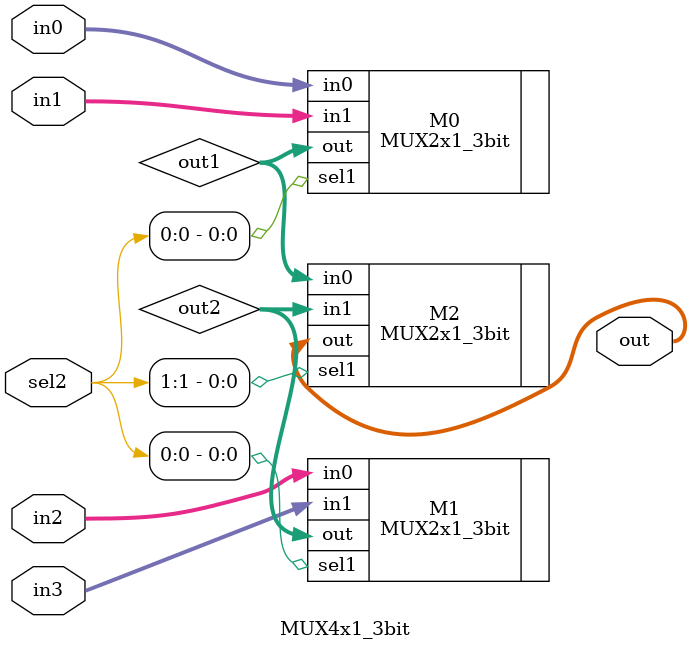
<source format=sv>
`timescale 1ns / 1ps


module MUX4x1_3bit(input [1:0] sel2, 
              input [2:0] in0,in1,in2,in3,
              output reg [2:0] out
    );
    
wire [2:0] out1, out2;
MUX2x1_3bit M0(.sel1(sel2[0]), .in0(in0), .in1(in1), .out(out1));
MUX2x1_3bit M1(.sel1(sel2[0]), .in0(in2), .in1(in3), .out(out2));

MUX2x1_3bit M2(.sel1(sel2[1]), .in0(out1), .in1(out2), .out(out));

endmodule

</source>
